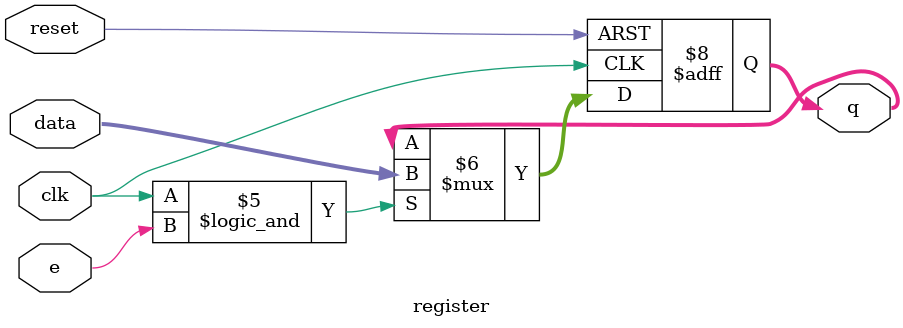
<source format=v>
`timescale 1ns/1ps
module register(data, q, e, clk, reset);
input clk, reset, e;
input[7:0] data;
output[7:0] q;
reg[7:0] q;

always @(posedge clk, posedge reset)
begin
	if(reset == 1)
		q <= 8'h00;
	else if(clk ==1 && e == 1)
		q <= data;	
end
endmodule
</source>
